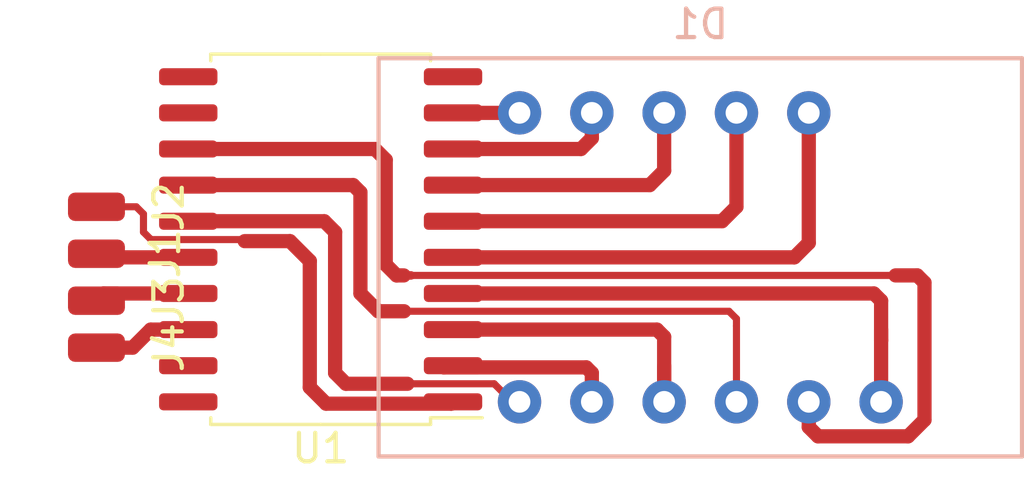
<source format=kicad_pcb>
(kicad_pcb (version 20171130) (host pcbnew 5.1.10-88a1d61d58~90~ubuntu21.04.1)

  (general
    (thickness 1.6)
    (drawings 0)
    (tracks 77)
    (zones 0)
    (modules 6)
    (nets 21)
  )

  (page A4)
  (layers
    (0 F.Cu signal)
    (31 B.Cu signal)
    (32 B.Adhes user)
    (33 F.Adhes user)
    (34 B.Paste user)
    (35 F.Paste user)
    (36 B.SilkS user)
    (37 F.SilkS user)
    (38 B.Mask user)
    (39 F.Mask user)
    (40 Dwgs.User user)
    (41 Cmts.User user)
    (42 Eco1.User user)
    (43 Eco2.User user)
    (44 Edge.Cuts user)
    (45 Margin user)
    (46 B.CrtYd user)
    (47 F.CrtYd user)
    (48 B.Fab user)
    (49 F.Fab user)
  )

  (setup
    (last_trace_width 0.5)
    (user_trace_width 0.3)
    (user_trace_width 0.5)
    (trace_clearance 0.2)
    (zone_clearance 0.508)
    (zone_45_only no)
    (trace_min 0.2)
    (via_size 0.8)
    (via_drill 0.4)
    (via_min_size 0.4)
    (via_min_drill 0.3)
    (uvia_size 0.3)
    (uvia_drill 0.1)
    (uvias_allowed no)
    (uvia_min_size 0.2)
    (uvia_min_drill 0.1)
    (edge_width 0.05)
    (segment_width 0.2)
    (pcb_text_width 0.3)
    (pcb_text_size 1.5 1.5)
    (mod_edge_width 0.12)
    (mod_text_size 1 1)
    (mod_text_width 0.15)
    (pad_size 1.524 1.524)
    (pad_drill 0.762)
    (pad_to_mask_clearance 0)
    (aux_axis_origin 0 0)
    (visible_elements FFFFFF7F)
    (pcbplotparams
      (layerselection 0x010fc_ffffffff)
      (usegerberextensions false)
      (usegerberattributes true)
      (usegerberadvancedattributes true)
      (creategerberjobfile true)
      (excludeedgelayer true)
      (linewidth 0.100000)
      (plotframeref false)
      (viasonmask false)
      (mode 1)
      (useauxorigin false)
      (hpglpennumber 1)
      (hpglpenspeed 20)
      (hpglpendiameter 15.000000)
      (psnegative false)
      (psa4output false)
      (plotreference true)
      (plotvalue true)
      (plotinvisibletext false)
      (padsonsilk false)
      (subtractmaskfromsilk false)
      (outputformat 1)
      (mirror false)
      (drillshape 1)
      (scaleselection 1)
      (outputdirectory ""))
  )

  (net 0 "")
  (net 1 "Net-(U1-Pad20)")
  (net 2 "Net-(U1-Pad19)")
  (net 3 +3V3)
  (net 4 "Net-(D1-Pad12)")
  (net 5 "Net-(D1-Pad9)")
  (net 6 "Net-(D1-Pad8)")
  (net 7 "Net-(U1-Pad12)")
  (net 8 "Net-(U1-Pad11)")
  (net 9 "Net-(U1-Pad10)")
  (net 10 "Net-(D1-Pad1)")
  (net 11 "Net-(D1-Pad2)")
  (net 12 "Net-(D1-Pad3)")
  (net 13 "Net-(D1-Pad4)")
  (net 14 "Net-(D1-Pad5)")
  (net 15 "Net-(D1-Pad7)")
  (net 16 "Net-(D1-Pad10)")
  (net 17 "Net-(D1-Pad11)")
  (net 18 GND)
  (net 19 "Net-(J3-Pad1)")
  (net 20 "Net-(J4-Pad1)")

  (net_class Default "This is the default net class."
    (clearance 0.2)
    (trace_width 0.25)
    (via_dia 0.8)
    (via_drill 0.4)
    (uvia_dia 0.3)
    (uvia_drill 0.1)
    (add_net +3V3)
    (add_net GND)
    (add_net "Net-(D1-Pad1)")
    (add_net "Net-(D1-Pad10)")
    (add_net "Net-(D1-Pad11)")
    (add_net "Net-(D1-Pad12)")
    (add_net "Net-(D1-Pad2)")
    (add_net "Net-(D1-Pad3)")
    (add_net "Net-(D1-Pad4)")
    (add_net "Net-(D1-Pad5)")
    (add_net "Net-(D1-Pad7)")
    (add_net "Net-(D1-Pad8)")
    (add_net "Net-(D1-Pad9)")
    (add_net "Net-(J3-Pad1)")
    (add_net "Net-(J4-Pad1)")
    (add_net "Net-(U1-Pad10)")
    (add_net "Net-(U1-Pad11)")
    (add_net "Net-(U1-Pad12)")
    (add_net "Net-(U1-Pad19)")
    (add_net "Net-(U1-Pad20)")
  )

  (module Connector_Wire:SolderWirePad_1x01_SMD_1x2mm (layer F.Cu) (tedit 5DD6EB27) (tstamp 60F4CC16)
    (at 131.699 64.135 270)
    (descr "Wire Pad, Square, SMD Pad,  5mm x 10mm,")
    (tags "MesurementPoint Square SMDPad 5mmx10mm ")
    (path /60FBA34F)
    (attr virtual)
    (fp_text reference J4 (at 0 -2.54 90) (layer F.SilkS)
      (effects (font (size 1 1) (thickness 0.15)))
    )
    (fp_text value DIO (at 1.524 2.54 90) (layer F.Fab)
      (effects (font (size 1 1) (thickness 0.15)))
    )
    (fp_text user %R (at 0 0 90) (layer F.Fab)
      (effects (font (size 1 1) (thickness 0.15)))
    )
    (fp_line (start 0.63 -1.27) (end -0.63 -1.27) (layer F.CrtYd) (width 0.05))
    (fp_line (start 0.63 1.27) (end 0.63 -1.27) (layer F.CrtYd) (width 0.05))
    (fp_line (start -0.63 1.27) (end 0.63 1.27) (layer F.CrtYd) (width 0.05))
    (fp_line (start -0.63 -1.27) (end -0.63 1.27) (layer F.CrtYd) (width 0.05))
    (fp_line (start -0.63 -1.27) (end 0.63 -1.27) (layer F.Fab) (width 0.1))
    (fp_line (start 0.63 -1.27) (end 0.63 1.27) (layer F.Fab) (width 0.1))
    (fp_line (start 0.63 1.27) (end -0.63 1.27) (layer F.Fab) (width 0.1))
    (fp_line (start -0.63 1.27) (end -0.63 -1.27) (layer F.Fab) (width 0.1))
    (pad 1 smd roundrect (at 0 0 270) (size 1 2) (layers F.Cu F.Paste F.Mask) (roundrect_rratio 0.25)
      (net 20 "Net-(J4-Pad1)"))
  )

  (module Connector_Wire:SolderWirePad_1x01_SMD_1x2mm (layer F.Cu) (tedit 5DD6EB27) (tstamp 60F4CC08)
    (at 131.699 62.484 270)
    (descr "Wire Pad, Square, SMD Pad,  5mm x 10mm,")
    (tags "MesurementPoint Square SMDPad 5mmx10mm ")
    (path /60FB9DA6)
    (attr virtual)
    (fp_text reference J3 (at 0 -2.54 90) (layer F.SilkS)
      (effects (font (size 1 1) (thickness 0.15)))
    )
    (fp_text value CLK (at 0.635 2.54 90) (layer F.Fab)
      (effects (font (size 1 1) (thickness 0.15)))
    )
    (fp_text user %R (at 0 0 90) (layer F.Fab)
      (effects (font (size 1 1) (thickness 0.15)))
    )
    (fp_line (start 0.63 -1.27) (end -0.63 -1.27) (layer F.CrtYd) (width 0.05))
    (fp_line (start 0.63 1.27) (end 0.63 -1.27) (layer F.CrtYd) (width 0.05))
    (fp_line (start -0.63 1.27) (end 0.63 1.27) (layer F.CrtYd) (width 0.05))
    (fp_line (start -0.63 -1.27) (end -0.63 1.27) (layer F.CrtYd) (width 0.05))
    (fp_line (start -0.63 -1.27) (end 0.63 -1.27) (layer F.Fab) (width 0.1))
    (fp_line (start 0.63 -1.27) (end 0.63 1.27) (layer F.Fab) (width 0.1))
    (fp_line (start 0.63 1.27) (end -0.63 1.27) (layer F.Fab) (width 0.1))
    (fp_line (start -0.63 1.27) (end -0.63 -1.27) (layer F.Fab) (width 0.1))
    (pad 1 smd roundrect (at 0 0 270) (size 1 2) (layers F.Cu F.Paste F.Mask) (roundrect_rratio 0.25)
      (net 19 "Net-(J3-Pad1)"))
  )

  (module Connector_Wire:SolderWirePad_1x01_SMD_1x2mm (layer F.Cu) (tedit 5DD6EB27) (tstamp 60F4CBFA)
    (at 131.699 59.182 270)
    (descr "Wire Pad, Square, SMD Pad,  5mm x 10mm,")
    (tags "MesurementPoint Square SMDPad 5mmx10mm ")
    (path /60FBADAD)
    (attr virtual)
    (fp_text reference J2 (at 0 -2.54 90) (layer F.SilkS)
      (effects (font (size 1 1) (thickness 0.15)))
    )
    (fp_text value GND (at -1.905 2.54 90) (layer F.Fab)
      (effects (font (size 1 1) (thickness 0.15)))
    )
    (fp_text user %R (at 0 0 90) (layer F.Fab)
      (effects (font (size 1 1) (thickness 0.15)))
    )
    (fp_line (start 0.63 -1.27) (end -0.63 -1.27) (layer F.CrtYd) (width 0.05))
    (fp_line (start 0.63 1.27) (end 0.63 -1.27) (layer F.CrtYd) (width 0.05))
    (fp_line (start -0.63 1.27) (end 0.63 1.27) (layer F.CrtYd) (width 0.05))
    (fp_line (start -0.63 -1.27) (end -0.63 1.27) (layer F.CrtYd) (width 0.05))
    (fp_line (start -0.63 -1.27) (end 0.63 -1.27) (layer F.Fab) (width 0.1))
    (fp_line (start 0.63 -1.27) (end 0.63 1.27) (layer F.Fab) (width 0.1))
    (fp_line (start 0.63 1.27) (end -0.63 1.27) (layer F.Fab) (width 0.1))
    (fp_line (start -0.63 1.27) (end -0.63 -1.27) (layer F.Fab) (width 0.1))
    (pad 1 smd roundrect (at 0 0 270) (size 1 2) (layers F.Cu F.Paste F.Mask) (roundrect_rratio 0.25)
      (net 18 GND))
  )

  (module Connector_Wire:SolderWirePad_1x01_SMD_1x2mm (layer F.Cu) (tedit 5DD6EB27) (tstamp 60F4CBEC)
    (at 131.699 60.833 270)
    (descr "Wire Pad, Square, SMD Pad,  5mm x 10mm,")
    (tags "MesurementPoint Square SMDPad 5mmx10mm ")
    (path /60FBA8C5)
    (attr virtual)
    (fp_text reference J1 (at 0 -2.413 90) (layer F.SilkS)
      (effects (font (size 1 1) (thickness 0.15)))
    )
    (fp_text value VCC (at -0.635 2.54 90) (layer F.Fab)
      (effects (font (size 1 1) (thickness 0.15)))
    )
    (fp_text user %R (at 0 0 90) (layer F.Fab)
      (effects (font (size 1 1) (thickness 0.15)))
    )
    (fp_line (start 0.63 -1.27) (end -0.63 -1.27) (layer F.CrtYd) (width 0.05))
    (fp_line (start 0.63 1.27) (end 0.63 -1.27) (layer F.CrtYd) (width 0.05))
    (fp_line (start -0.63 1.27) (end 0.63 1.27) (layer F.CrtYd) (width 0.05))
    (fp_line (start -0.63 -1.27) (end -0.63 1.27) (layer F.CrtYd) (width 0.05))
    (fp_line (start -0.63 -1.27) (end 0.63 -1.27) (layer F.Fab) (width 0.1))
    (fp_line (start 0.63 -1.27) (end 0.63 1.27) (layer F.Fab) (width 0.1))
    (fp_line (start 0.63 1.27) (end -0.63 1.27) (layer F.Fab) (width 0.1))
    (fp_line (start -0.63 1.27) (end -0.63 -1.27) (layer F.Fab) (width 0.1))
    (pad 1 smd roundrect (at 0 0 270) (size 1 2) (layers F.Cu F.Paste F.Mask) (roundrect_rratio 0.25)
      (net 3 +3V3))
  )

  (module new:FYT-3631_nonc (layer B.Cu) (tedit 5F6307F1) (tstamp 60F4C23F)
    (at 152.908 60.96)
    (path /5F5FB05D)
    (fp_text reference D1 (at 0 -8.2) (layer B.SilkS)
      (effects (font (size 1 1) (thickness 0.15)) (justify mirror))
    )
    (fp_text value LED_3digit (at 0 7.7) (layer B.Fab)
      (effects (font (size 1 1) (thickness 0.15)) (justify mirror))
    )
    (fp_line (start 11.3 7) (end -11.3 7) (layer B.SilkS) (width 0.15))
    (fp_line (start -11.3 7) (end -11.3 -7) (layer B.SilkS) (width 0.15))
    (fp_line (start -11.3 -7) (end 11.3 -7) (layer B.SilkS) (width 0.15))
    (fp_line (start 11.3 -7) (end 11.3 7) (layer B.SilkS) (width 0.15))
    (pad 5 thru_hole circle (at 3.81 -5.08) (size 1.524 1.524) (drill 0.762) (layers *.Cu *.Mask)
      (net 14 "Net-(D1-Pad5)"))
    (pad 4 thru_hole circle (at 1.27 -5.08) (size 1.524 1.524) (drill 0.762) (layers *.Cu *.Mask)
      (net 13 "Net-(D1-Pad4)"))
    (pad 3 thru_hole circle (at -1.27 -5.08) (size 1.524 1.524) (drill 0.762) (layers *.Cu *.Mask)
      (net 12 "Net-(D1-Pad3)"))
    (pad 2 thru_hole circle (at -3.81 -5.08) (size 1.524 1.524) (drill 0.762) (layers *.Cu *.Mask)
      (net 11 "Net-(D1-Pad2)"))
    (pad 1 thru_hole circle (at -6.35 -5.08) (size 1.524 1.524) (drill 0.762) (layers *.Cu *.Mask)
      (net 10 "Net-(D1-Pad1)"))
    (pad 12 thru_hole circle (at -6.35 5.08) (size 1.524 1.524) (drill 0.762) (layers *.Cu *.Mask)
      (net 4 "Net-(D1-Pad12)"))
    (pad 11 thru_hole circle (at -3.81 5.08) (size 1.524 1.524) (drill 0.762) (layers *.Cu *.Mask)
      (net 17 "Net-(D1-Pad11)"))
    (pad 10 thru_hole circle (at -1.27 5.08) (size 1.524 1.524) (drill 0.762) (layers *.Cu *.Mask)
      (net 16 "Net-(D1-Pad10)"))
    (pad 7 thru_hole circle (at 6.35 5.08) (size 1.524 1.524) (drill 0.762) (layers *.Cu *.Mask)
      (net 15 "Net-(D1-Pad7)"))
    (pad 8 thru_hole circle (at 3.81 5.08) (size 1.524 1.524) (drill 0.762) (layers *.Cu *.Mask)
      (net 6 "Net-(D1-Pad8)"))
    (pad 9 thru_hole circle (at 1.27 5.08) (size 1.524 1.524) (drill 0.762) (layers *.Cu *.Mask)
      (net 5 "Net-(D1-Pad9)"))
  )

  (module Package_SO:SOIC-20W_7.5x12.8mm_P1.27mm (layer F.Cu) (tedit 5D9F72B1) (tstamp 60F4C116)
    (at 139.573 60.325 180)
    (descr "SOIC, 20 Pin (JEDEC MS-013AC, https://www.analog.com/media/en/package-pcb-resources/package/233848rw_20.pdf), generated with kicad-footprint-generator ipc_gullwing_generator.py")
    (tags "SOIC SO")
    (path /5F812094)
    (attr smd)
    (fp_text reference U1 (at 0 -7.35) (layer F.SilkS)
      (effects (font (size 1 1) (thickness 0.15)))
    )
    (fp_text value TM1637 (at 0 7.35) (layer F.Fab)
      (effects (font (size 1 1) (thickness 0.15)))
    )
    (fp_text user %R (at 0 0) (layer F.Fab)
      (effects (font (size 1 1) (thickness 0.15)))
    )
    (fp_line (start 0 6.51) (end 3.86 6.51) (layer F.SilkS) (width 0.12))
    (fp_line (start 3.86 6.51) (end 3.86 6.275) (layer F.SilkS) (width 0.12))
    (fp_line (start 0 6.51) (end -3.86 6.51) (layer F.SilkS) (width 0.12))
    (fp_line (start -3.86 6.51) (end -3.86 6.275) (layer F.SilkS) (width 0.12))
    (fp_line (start 0 -6.51) (end 3.86 -6.51) (layer F.SilkS) (width 0.12))
    (fp_line (start 3.86 -6.51) (end 3.86 -6.275) (layer F.SilkS) (width 0.12))
    (fp_line (start 0 -6.51) (end -3.86 -6.51) (layer F.SilkS) (width 0.12))
    (fp_line (start -3.86 -6.51) (end -3.86 -6.275) (layer F.SilkS) (width 0.12))
    (fp_line (start -3.86 -6.275) (end -5.675 -6.275) (layer F.SilkS) (width 0.12))
    (fp_line (start -2.75 -6.4) (end 3.75 -6.4) (layer F.Fab) (width 0.1))
    (fp_line (start 3.75 -6.4) (end 3.75 6.4) (layer F.Fab) (width 0.1))
    (fp_line (start 3.75 6.4) (end -3.75 6.4) (layer F.Fab) (width 0.1))
    (fp_line (start -3.75 6.4) (end -3.75 -5.4) (layer F.Fab) (width 0.1))
    (fp_line (start -3.75 -5.4) (end -2.75 -6.4) (layer F.Fab) (width 0.1))
    (fp_line (start -5.93 -6.65) (end -5.93 6.65) (layer F.CrtYd) (width 0.05))
    (fp_line (start -5.93 6.65) (end 5.93 6.65) (layer F.CrtYd) (width 0.05))
    (fp_line (start 5.93 6.65) (end 5.93 -6.65) (layer F.CrtYd) (width 0.05))
    (fp_line (start 5.93 -6.65) (end -5.93 -6.65) (layer F.CrtYd) (width 0.05))
    (pad 20 smd roundrect (at 4.65 -5.715 180) (size 2.05 0.6) (layers F.Cu F.Paste F.Mask) (roundrect_rratio 0.25)
      (net 1 "Net-(U1-Pad20)"))
    (pad 19 smd roundrect (at 4.65 -4.445 180) (size 2.05 0.6) (layers F.Cu F.Paste F.Mask) (roundrect_rratio 0.25)
      (net 2 "Net-(U1-Pad19)"))
    (pad 18 smd roundrect (at 4.65 -3.175 180) (size 2.05 0.6) (layers F.Cu F.Paste F.Mask) (roundrect_rratio 0.25)
      (net 20 "Net-(J4-Pad1)"))
    (pad 17 smd roundrect (at 4.65 -1.905 180) (size 2.05 0.6) (layers F.Cu F.Paste F.Mask) (roundrect_rratio 0.25)
      (net 19 "Net-(J3-Pad1)"))
    (pad 16 smd roundrect (at 4.65 -0.635 180) (size 2.05 0.6) (layers F.Cu F.Paste F.Mask) (roundrect_rratio 0.25)
      (net 3 +3V3))
    (pad 15 smd roundrect (at 4.65 0.635 180) (size 2.05 0.6) (layers F.Cu F.Paste F.Mask) (roundrect_rratio 0.25)
      (net 4 "Net-(D1-Pad12)"))
    (pad 14 smd roundrect (at 4.65 1.905 180) (size 2.05 0.6) (layers F.Cu F.Paste F.Mask) (roundrect_rratio 0.25)
      (net 5 "Net-(D1-Pad9)"))
    (pad 13 smd roundrect (at 4.65 3.175 180) (size 2.05 0.6) (layers F.Cu F.Paste F.Mask) (roundrect_rratio 0.25)
      (net 6 "Net-(D1-Pad8)"))
    (pad 12 smd roundrect (at 4.65 4.445 180) (size 2.05 0.6) (layers F.Cu F.Paste F.Mask) (roundrect_rratio 0.25)
      (net 7 "Net-(U1-Pad12)"))
    (pad 11 smd roundrect (at 4.65 5.715 180) (size 2.05 0.6) (layers F.Cu F.Paste F.Mask) (roundrect_rratio 0.25)
      (net 8 "Net-(U1-Pad11)"))
    (pad 10 smd roundrect (at -4.65 5.715 180) (size 2.05 0.6) (layers F.Cu F.Paste F.Mask) (roundrect_rratio 0.25)
      (net 9 "Net-(U1-Pad10)"))
    (pad 9 smd roundrect (at -4.65 4.445 180) (size 2.05 0.6) (layers F.Cu F.Paste F.Mask) (roundrect_rratio 0.25)
      (net 10 "Net-(D1-Pad1)"))
    (pad 8 smd roundrect (at -4.65 3.175 180) (size 2.05 0.6) (layers F.Cu F.Paste F.Mask) (roundrect_rratio 0.25)
      (net 11 "Net-(D1-Pad2)"))
    (pad 7 smd roundrect (at -4.65 1.905 180) (size 2.05 0.6) (layers F.Cu F.Paste F.Mask) (roundrect_rratio 0.25)
      (net 12 "Net-(D1-Pad3)"))
    (pad 6 smd roundrect (at -4.65 0.635 180) (size 2.05 0.6) (layers F.Cu F.Paste F.Mask) (roundrect_rratio 0.25)
      (net 13 "Net-(D1-Pad4)"))
    (pad 5 smd roundrect (at -4.65 -0.635 180) (size 2.05 0.6) (layers F.Cu F.Paste F.Mask) (roundrect_rratio 0.25)
      (net 14 "Net-(D1-Pad5)"))
    (pad 4 smd roundrect (at -4.65 -1.905 180) (size 2.05 0.6) (layers F.Cu F.Paste F.Mask) (roundrect_rratio 0.25)
      (net 15 "Net-(D1-Pad7)"))
    (pad 3 smd roundrect (at -4.65 -3.175 180) (size 2.05 0.6) (layers F.Cu F.Paste F.Mask) (roundrect_rratio 0.25)
      (net 16 "Net-(D1-Pad10)"))
    (pad 2 smd roundrect (at -4.65 -4.445 180) (size 2.05 0.6) (layers F.Cu F.Paste F.Mask) (roundrect_rratio 0.25)
      (net 17 "Net-(D1-Pad11)"))
    (pad 1 smd roundrect (at -4.65 -5.715 180) (size 2.05 0.6) (layers F.Cu F.Paste F.Mask) (roundrect_rratio 0.25)
      (net 18 GND))
    (model ${KISYS3DMOD}/Package_SO.3dshapes/SOIC-20W_7.5x12.8mm_P1.27mm.wrl
      (at (xyz 0 0 0))
      (scale (xyz 1 1 1))
      (rotate (xyz 0 0 0))
    )
  )

  (segment (start 131.826 60.96) (end 131.699 60.833) (width 0.5) (layer F.Cu) (net 3))
  (segment (start 134.923 60.96) (end 131.826 60.96) (width 0.5) (layer F.Cu) (net 3))
  (segment (start 146.304 66.04) (end 145.669 65.405) (width 0.25) (layer F.Cu) (net 4))
  (segment (start 146.558 66.04) (end 146.304 66.04) (width 0.25) (layer F.Cu) (net 4))
  (segment (start 142.621 65.405) (end 142.367 65.405) (width 0.25) (layer F.Cu) (net 4))
  (segment (start 145.669 65.405) (end 142.621 65.405) (width 0.25) (layer F.Cu) (net 4))
  (segment (start 140.081 60.071) (end 139.7 59.69) (width 0.5) (layer F.Cu) (net 4))
  (segment (start 140.081 65.024) (end 140.081 60.071) (width 0.5) (layer F.Cu) (net 4))
  (segment (start 140.462 65.405) (end 140.081 65.024) (width 0.5) (layer F.Cu) (net 4))
  (segment (start 142.621 65.405) (end 140.462 65.405) (width 0.5) (layer F.Cu) (net 4))
  (segment (start 134.923 59.69) (end 139.7 59.69) (width 0.5) (layer F.Cu) (net 4))
  (segment (start 154.178 66.04) (end 154.178 63.373) (width 0.25) (layer F.Cu) (net 5))
  (segment (start 154.178 63.373) (end 154.178 63.119) (width 0.25) (layer F.Cu) (net 5))
  (segment (start 153.91401 62.85501) (end 142.50399 62.85501) (width 0.25) (layer F.Cu) (net 5))
  (segment (start 154.178 63.119) (end 153.91401 62.85501) (width 0.25) (layer F.Cu) (net 5))
  (segment (start 141.59501 62.85501) (end 142.50399 62.85501) (width 0.5) (layer F.Cu) (net 5))
  (segment (start 140.97 62.23) (end 141.59501 62.85501) (width 0.5) (layer F.Cu) (net 5))
  (segment (start 140.97 58.674) (end 140.97 62.23) (width 0.5) (layer F.Cu) (net 5))
  (segment (start 140.716 58.42) (end 140.97 58.674) (width 0.5) (layer F.Cu) (net 5))
  (segment (start 134.923 58.42) (end 140.716 58.42) (width 0.5) (layer F.Cu) (net 5))
  (segment (start 142.494 61.595) (end 142.748 61.595) (width 0.3) (layer F.Cu) (net 6))
  (segment (start 142.748 61.595) (end 159.766 61.595) (width 0.25) (layer F.Cu) (net 6))
  (segment (start 157.041001 67.252001) (end 156.718 66.929) (width 0.5) (layer F.Cu) (net 6))
  (segment (start 160.204999 67.252001) (end 157.041001 67.252001) (width 0.5) (layer F.Cu) (net 6))
  (segment (start 160.782 66.675) (end 160.204999 67.252001) (width 0.5) (layer F.Cu) (net 6))
  (segment (start 160.782 61.849) (end 160.782 66.675) (width 0.5) (layer F.Cu) (net 6))
  (segment (start 156.718 66.929) (end 156.718 66.04) (width 0.5) (layer F.Cu) (net 6))
  (segment (start 160.528 61.595) (end 160.782 61.849) (width 0.5) (layer F.Cu) (net 6))
  (segment (start 159.766 61.595) (end 160.528 61.595) (width 0.5) (layer F.Cu) (net 6))
  (segment (start 142.24 61.595) (end 142.494 61.595) (width 0.5) (layer F.Cu) (net 6))
  (segment (start 141.859 61.214) (end 142.24 61.595) (width 0.5) (layer F.Cu) (net 6))
  (segment (start 141.859 57.531) (end 141.859 61.214) (width 0.5) (layer F.Cu) (net 6))
  (segment (start 141.478 57.15) (end 141.859 57.531) (width 0.5) (layer F.Cu) (net 6))
  (segment (start 134.923 57.15) (end 141.478 57.15) (width 0.5) (layer F.Cu) (net 6))
  (segment (start 143.842 55.88) (end 146.558 55.88) (width 0.5) (layer F.Cu) (net 10))
  (segment (start 148.717 57.15) (end 149.098 56.769) (width 0.5) (layer F.Cu) (net 11))
  (segment (start 143.842 57.15) (end 148.717 57.15) (width 0.5) (layer F.Cu) (net 11))
  (segment (start 149.098 56.769) (end 149.098 55.88) (width 0.5) (layer F.Cu) (net 11))
  (segment (start 151.13 58.42) (end 151.638 57.912) (width 0.5) (layer F.Cu) (net 12))
  (segment (start 143.842 58.42) (end 151.13 58.42) (width 0.5) (layer F.Cu) (net 12))
  (segment (start 151.638 57.912) (end 151.638 55.88) (width 0.5) (layer F.Cu) (net 12))
  (segment (start 153.67 59.69) (end 154.178 59.182) (width 0.5) (layer F.Cu) (net 13))
  (segment (start 143.842 59.69) (end 153.67 59.69) (width 0.5) (layer F.Cu) (net 13))
  (segment (start 154.178 59.182) (end 154.178 55.88) (width 0.5) (layer F.Cu) (net 13))
  (segment (start 143.842 60.96) (end 156.21 60.96) (width 0.5) (layer F.Cu) (net 14))
  (segment (start 156.21 60.96) (end 156.718 60.452) (width 0.5) (layer F.Cu) (net 14))
  (segment (start 156.718 60.452) (end 156.718 55.88) (width 0.5) (layer F.Cu) (net 14))
  (segment (start 143.842 62.23) (end 159.004 62.23) (width 0.5) (layer F.Cu) (net 15))
  (segment (start 159.258 62.484) (end 159.258 63.881) (width 0.5) (layer F.Cu) (net 15))
  (segment (start 159.004 62.23) (end 159.258 62.484) (width 0.5) (layer F.Cu) (net 15))
  (segment (start 159.258 63.881) (end 159.258 66.04) (width 0.5) (layer F.Cu) (net 15))
  (segment (start 159.258 63.5) (end 159.258 63.881) (width 0.5) (layer F.Cu) (net 15))
  (segment (start 151.638 64.77) (end 151.638 66.04) (width 0.5) (layer F.Cu) (net 16))
  (segment (start 143.842 63.5) (end 151.384 63.5) (width 0.5) (layer F.Cu) (net 16))
  (segment (start 151.638 63.754) (end 151.638 66.04) (width 0.5) (layer F.Cu) (net 16))
  (segment (start 151.384 63.5) (end 151.638 63.754) (width 0.5) (layer F.Cu) (net 16))
  (segment (start 148.901999 64.827999) (end 149.098 65.024) (width 0.5) (layer F.Cu) (net 17))
  (segment (start 143.899999 64.827999) (end 148.901999 64.827999) (width 0.5) (layer F.Cu) (net 17))
  (segment (start 149.098 65.024) (end 149.098 66.04) (width 0.5) (layer F.Cu) (net 17))
  (segment (start 143.842 64.77) (end 143.899999 64.827999) (width 0.5) (layer F.Cu) (net 17))
  (segment (start 144.15799 66.10501) (end 139.76501 66.10501) (width 0.5) (layer F.Cu) (net 18))
  (segment (start 144.223 66.04) (end 144.15799 66.10501) (width 0.5) (layer F.Cu) (net 18))
  (segment (start 139.76501 66.10501) (end 139.192 65.532) (width 0.5) (layer F.Cu) (net 18))
  (segment (start 139.192 65.532) (end 139.192 61.087) (width 0.5) (layer F.Cu) (net 18))
  (segment (start 139.192 61.087) (end 138.49501 60.39001) (width 0.5) (layer F.Cu) (net 18))
  (segment (start 138.49501 60.39001) (end 136.906 60.39001) (width 0.5) (layer F.Cu) (net 18))
  (segment (start 131.699 59.182) (end 133.096 59.182) (width 0.25) (layer F.Cu) (net 18))
  (segment (start 133.096 59.182) (end 133.35 59.436) (width 0.25) (layer F.Cu) (net 18))
  (segment (start 133.35 59.436) (end 133.35 60.071) (width 0.25) (layer F.Cu) (net 18))
  (segment (start 133.61399 60.33499) (end 136.85098 60.33499) (width 0.25) (layer F.Cu) (net 18))
  (segment (start 136.85098 60.33499) (end 136.906 60.39001) (width 0.25) (layer F.Cu) (net 18))
  (segment (start 133.35 60.071) (end 133.61399 60.33499) (width 0.25) (layer F.Cu) (net 18))
  (segment (start 131.953 62.23) (end 131.699 62.484) (width 0.5) (layer F.Cu) (net 19))
  (segment (start 134.923 62.23) (end 131.953 62.23) (width 0.5) (layer F.Cu) (net 19))
  (segment (start 134.923 63.5) (end 133.604 63.5) (width 0.5) (layer F.Cu) (net 20))
  (segment (start 132.969 64.135) (end 131.699 64.135) (width 0.5) (layer F.Cu) (net 20))
  (segment (start 133.604 63.5) (end 132.969 64.135) (width 0.5) (layer F.Cu) (net 20))

)

</source>
